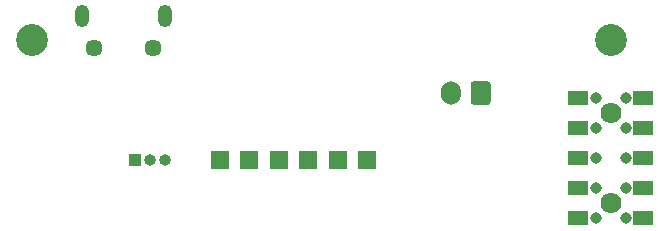
<source format=gbs>
%TF.GenerationSoftware,KiCad,Pcbnew,5.1.9-73d0e3b20d~88~ubuntu20.04.1*%
%TF.CreationDate,2021-04-22T17:18:43+01:00*%
%TF.ProjectId,hat,6861742e-6b69-4636-9164-5f7063625858,rev?*%
%TF.SameCoordinates,Original*%
%TF.FileFunction,Soldermask,Bot*%
%TF.FilePolarity,Negative*%
%FSLAX46Y46*%
G04 Gerber Fmt 4.6, Leading zero omitted, Abs format (unit mm)*
G04 Created by KiCad (PCBNEW 5.1.9-73d0e3b20d~88~ubuntu20.04.1) date 2021-04-22 17:18:43*
%MOMM*%
%LPD*%
G01*
G04 APERTURE LIST*
%ADD10R,1.680000X1.270000*%
%ADD11C,0.970000*%
%ADD12C,1.780000*%
%ADD13O,1.000000X1.000000*%
%ADD14R,1.000000X1.000000*%
%ADD15R,1.500000X1.500000*%
%ADD16C,2.700000*%
%ADD17O,1.200000X1.900000*%
%ADD18C,1.450000*%
%ADD19O,1.700000X2.000000*%
G04 APERTURE END LIST*
D10*
%TO.C,J3*%
X155220000Y-118580000D03*
X155220000Y-116040000D03*
X155220000Y-113500000D03*
X155220000Y-110960000D03*
X155220000Y-108420000D03*
X149780000Y-118580000D03*
X149780000Y-116040000D03*
X149780000Y-113500000D03*
X149780000Y-110960000D03*
X149780000Y-108420000D03*
D11*
X153770000Y-118580000D03*
X151230000Y-118580000D03*
X153770000Y-116040000D03*
X151230000Y-116040000D03*
X153770000Y-113500000D03*
X151230000Y-113500000D03*
X153770000Y-110960000D03*
X151230000Y-110960000D03*
X153770000Y-108420000D03*
X151230000Y-108420000D03*
D12*
X152500000Y-117310000D03*
X152500000Y-109690000D03*
%TD*%
D13*
%TO.C,JP1*%
X114770000Y-113700000D03*
X113500000Y-113700000D03*
D14*
X112230000Y-113700000D03*
%TD*%
D15*
%TO.C,TP6*%
X119400000Y-113700000D03*
%TD*%
%TO.C,TP5*%
X124400000Y-113700000D03*
%TD*%
%TO.C,TP4*%
X121900000Y-113700000D03*
%TD*%
%TO.C,TP3*%
X126900000Y-113700000D03*
%TD*%
%TO.C,TP2*%
X129400000Y-113700000D03*
%TD*%
%TO.C,TP1*%
X131900000Y-113700000D03*
%TD*%
D16*
%TO.C,H2*%
X103500000Y-103500000D03*
%TD*%
%TO.C,H1*%
X152500000Y-103500000D03*
%TD*%
D17*
%TO.C,J2*%
X107750000Y-101512500D03*
X114750000Y-101512500D03*
D18*
X108750000Y-104212500D03*
X113750000Y-104212500D03*
%TD*%
D19*
%TO.C,J1*%
X139000000Y-108000000D03*
G36*
G01*
X142350000Y-107250000D02*
X142350000Y-108750000D01*
G75*
G02*
X142100000Y-109000000I-250000J0D01*
G01*
X140900000Y-109000000D01*
G75*
G02*
X140650000Y-108750000I0J250000D01*
G01*
X140650000Y-107250000D01*
G75*
G02*
X140900000Y-107000000I250000J0D01*
G01*
X142100000Y-107000000D01*
G75*
G02*
X142350000Y-107250000I0J-250000D01*
G01*
G37*
%TD*%
M02*

</source>
